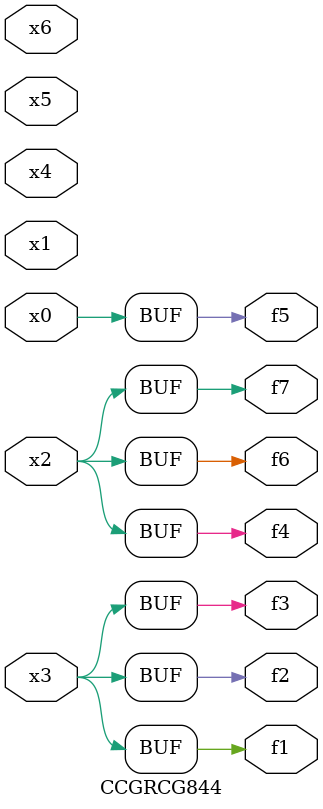
<source format=v>
module CCGRCG844(
	input x0, x1, x2, x3, x4, x5, x6,
	output f1, f2, f3, f4, f5, f6, f7
);
	assign f1 = x3;
	assign f2 = x3;
	assign f3 = x3;
	assign f4 = x2;
	assign f5 = x0;
	assign f6 = x2;
	assign f7 = x2;
endmodule

</source>
